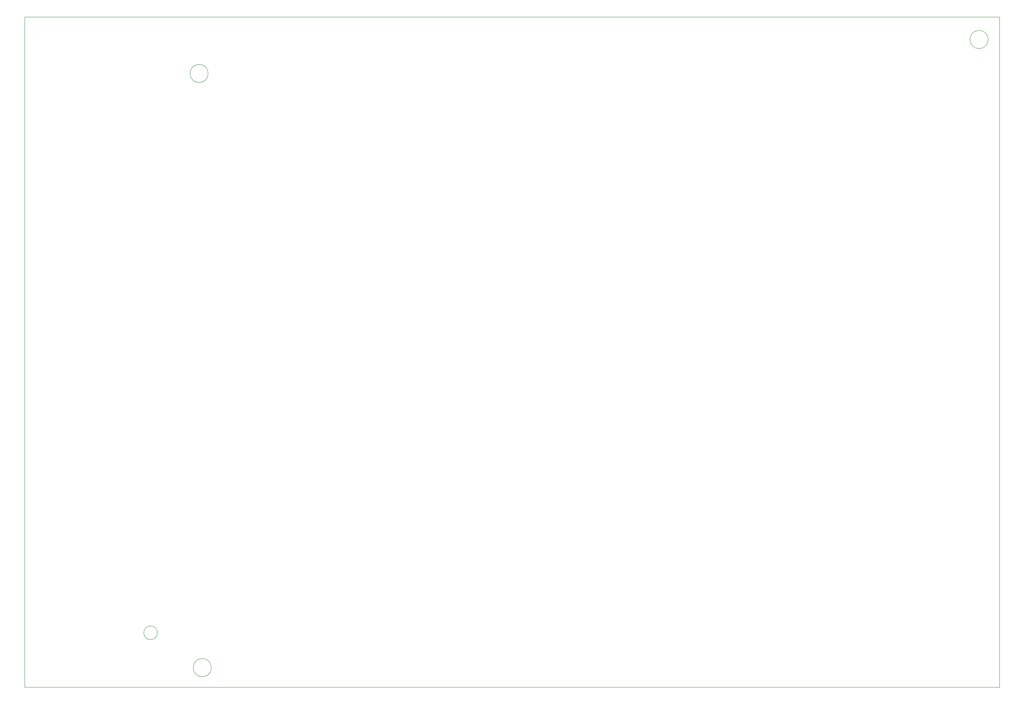
<source format=gbr>
G04 #@! TF.GenerationSoftware,KiCad,Pcbnew,5.1.5+dfsg1-2build2*
G04 #@! TF.CreationDate,2021-04-09T20:17:09+02:00*
G04 #@! TF.ProjectId,mainboardv3.4,6d61696e-626f-4617-9264-76332e342e6b,rev?*
G04 #@! TF.SameCoordinates,Original*
G04 #@! TF.FileFunction,Profile,NP*
%FSLAX46Y46*%
G04 Gerber Fmt 4.6, Leading zero omitted, Abs format (unit mm)*
G04 Created by KiCad (PCBNEW 5.1.5+dfsg1-2build2) date 2021-04-09 20:17:09*
%MOMM*%
%LPD*%
G04 APERTURE LIST*
%ADD10C,0.050000*%
G04 APERTURE END LIST*
D10*
X212500000Y-5000000D02*
G75*
G03X212500000Y-5000000I-2000000J0D01*
G01*
X29300000Y-136000000D02*
G75*
G03X29300000Y-136000000I-1500000J0D01*
G01*
X41200000Y-143700000D02*
G75*
G03X41200000Y-143700000I-2000000J0D01*
G01*
X40500000Y-12500000D02*
G75*
G03X40500000Y-12500000I-2000000J0D01*
G01*
X0Y-148000000D02*
X215000000Y-148000000D01*
X215000000Y0D02*
X215000000Y-148000000D01*
X0Y0D02*
X215000000Y0D01*
X0Y0D02*
X0Y-148000000D01*
M02*

</source>
